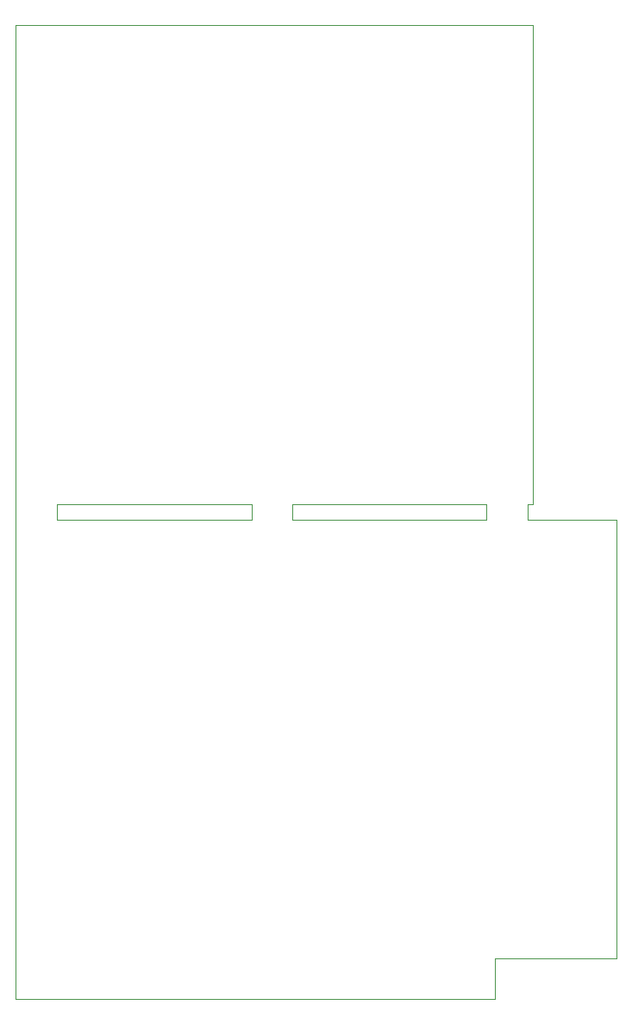
<source format=gm1>
G04 #@! TF.GenerationSoftware,KiCad,Pcbnew,5.1.9*
G04 #@! TF.CreationDate,2021-05-27T11:52:35+02:00*
G04 #@! TF.ProjectId,68040_68060_adapter,36383034-305f-4363-9830-36305f616461,0.2*
G04 #@! TF.SameCoordinates,Original*
G04 #@! TF.FileFunction,Profile,NP*
%FSLAX46Y46*%
G04 Gerber Fmt 4.6, Leading zero omitted, Abs format (unit mm)*
G04 Created by KiCad (PCBNEW 5.1.9) date 2021-05-27 11:52:35*
%MOMM*%
%LPD*%
G01*
G04 APERTURE LIST*
G04 #@! TA.AperFunction,Profile*
%ADD10C,0.050000*%
G04 #@! TD*
G04 APERTURE END LIST*
D10*
X161928800Y-90550000D02*
X162500000Y-90550000D01*
X161928800Y-90550000D02*
X161928800Y-92151000D01*
X158750000Y-135128000D02*
X170688000Y-135128000D01*
X158750000Y-139141200D02*
X158750000Y-135128000D01*
X157930000Y-92140000D02*
X138810000Y-92140000D01*
X138810000Y-90550000D02*
X157930000Y-90550000D01*
X157930000Y-90550000D02*
X157930000Y-92140000D01*
X138810000Y-90550000D02*
X138810000Y-92140000D01*
X111644200Y-43561000D02*
X111644200Y-139141000D01*
X134850000Y-92140000D02*
X115730000Y-92140000D01*
X115730000Y-90550000D02*
X134850000Y-90550000D01*
X134850000Y-90550000D02*
X134850000Y-92140000D01*
X162500000Y-90550000D02*
X162500000Y-43561000D01*
X170699200Y-92151000D02*
X161928800Y-92151000D01*
X115730000Y-90550000D02*
X115730000Y-92140000D01*
X162500000Y-43561000D02*
X111644200Y-43561000D01*
X111644200Y-139141000D02*
X158750000Y-139141200D01*
X170688000Y-135128000D02*
X170699200Y-92151000D01*
M02*

</source>
